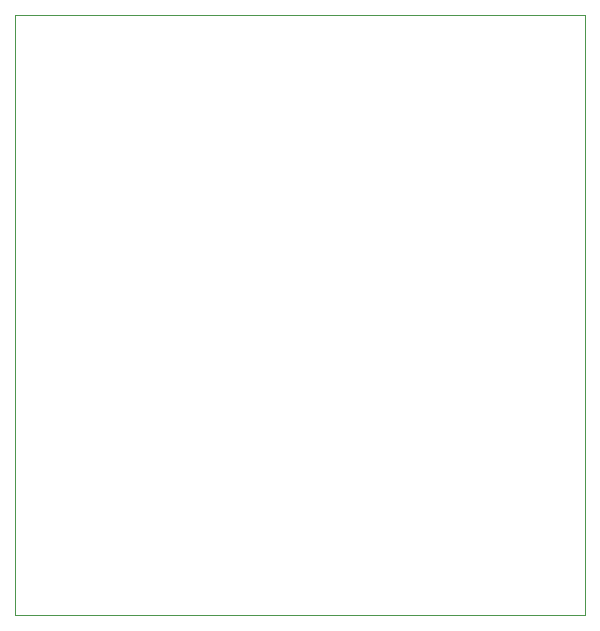
<source format=gbr>
%TF.GenerationSoftware,KiCad,Pcbnew,(6.0.4)*%
%TF.CreationDate,2024-03-23T15:20:55+02:00*%
%TF.ProjectId,EEE3088 Sensing,45454533-3038-4382-9053-656e73696e67,R1.0*%
%TF.SameCoordinates,Original*%
%TF.FileFunction,Profile,NP*%
%FSLAX46Y46*%
G04 Gerber Fmt 4.6, Leading zero omitted, Abs format (unit mm)*
G04 Created by KiCad (PCBNEW (6.0.4)) date 2024-03-23 15:20:55*
%MOMM*%
%LPD*%
G01*
G04 APERTURE LIST*
%TA.AperFunction,Profile*%
%ADD10C,0.100000*%
%TD*%
G04 APERTURE END LIST*
D10*
X111760000Y-46990000D02*
X160020000Y-46990000D01*
X160020000Y-46990000D02*
X160020000Y-97790000D01*
X160020000Y-97790000D02*
X111760000Y-97790000D01*
X111760000Y-97790000D02*
X111760000Y-46990000D01*
M02*

</source>
